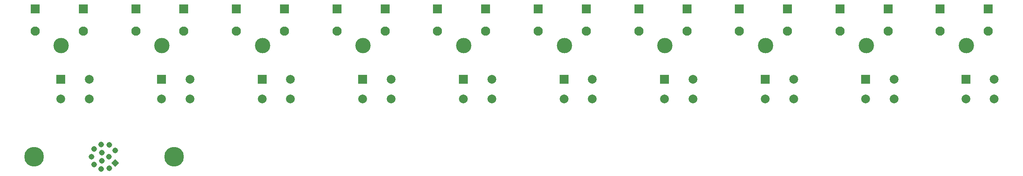
<source format=gbr>
%TF.GenerationSoftware,KiCad,Pcbnew,9.0.0*%
%TF.CreationDate,2025-04-14T19:02:10-07:00*%
%TF.ProjectId,solenoid_10,736f6c65-6e6f-4696-945f-31302e6b6963,rev?*%
%TF.SameCoordinates,Original*%
%TF.FileFunction,Soldermask,Bot*%
%TF.FilePolarity,Negative*%
%FSLAX46Y46*%
G04 Gerber Fmt 4.6, Leading zero omitted, Abs format (unit mm)*
G04 Created by KiCad (PCBNEW 9.0.0) date 2025-04-14 19:02:10*
%MOMM*%
%LPD*%
G01*
G04 APERTURE LIST*
G04 Aperture macros list*
%AMRotRect*
0 Rectangle, with rotation*
0 The origin of the aperture is its center*
0 $1 length*
0 $2 width*
0 $3 Rotation angle, in degrees counterclockwise*
0 Add horizontal line*
21,1,$1,$2,0,0,$3*%
G04 Aperture macros list end*
%ADD10R,2.000000X2.000000*%
%ADD11C,2.000000*%
%ADD12C,3.500000*%
%ADD13C,4.500000*%
%ADD14RotRect,1.308000X1.308000X315.000000*%
%ADD15C,1.308000*%
%ADD16R,2.100000X2.100000*%
%ADD17C,2.100000*%
G04 APERTURE END LIST*
D10*
%TO.C,S2*%
X143088376Y-85309500D03*
D11*
X149588376Y-85309500D03*
X143088376Y-89809500D03*
X149588376Y-89809500D03*
%TD*%
D12*
%TO.C,H4*%
X189182001Y-77609000D03*
%TD*%
%TO.C,H6*%
X235182001Y-77609000D03*
%TD*%
%TO.C,H2*%
X143182001Y-77609000D03*
%TD*%
%TO.C,H5*%
X212182001Y-77609000D03*
%TD*%
D10*
%TO.C,S9*%
X304088376Y-85309500D03*
D11*
X310588376Y-85309500D03*
X304088376Y-89809500D03*
X310588376Y-89809500D03*
%TD*%
D10*
%TO.C,S7*%
X258088376Y-85309500D03*
D11*
X264588376Y-85309500D03*
X258088376Y-89809500D03*
X264588376Y-89809500D03*
%TD*%
D12*
%TO.C,H9*%
X304182001Y-77609000D03*
%TD*%
D10*
%TO.C,S6*%
X235088376Y-85309500D03*
D11*
X241588376Y-85309500D03*
X235088376Y-89809500D03*
X241588376Y-89809500D03*
%TD*%
D10*
%TO.C,S10*%
X326963376Y-85309500D03*
D11*
X333463376Y-85309500D03*
X326963376Y-89809500D03*
X333463376Y-89809500D03*
%TD*%
D12*
%TO.C,H7*%
X258182001Y-77609000D03*
%TD*%
%TO.C,H1*%
X120182000Y-77609000D03*
%TD*%
%TO.C,H8*%
X281182001Y-77609000D03*
%TD*%
D13*
%TO.C,H11*%
X114000000Y-103000000D03*
%TD*%
D14*
%TO.C,J22*%
X132524371Y-104428356D03*
D15*
X132525078Y-101573766D03*
X131128542Y-100328551D03*
X129263195Y-100195615D03*
X127704024Y-101228698D03*
X127100155Y-102999293D03*
X127702610Y-104769888D03*
X129261781Y-105804385D03*
X131127128Y-105671449D03*
X131100258Y-103000000D03*
X129449871Y-102046820D03*
X129449871Y-103953180D03*
%TD*%
D12*
%TO.C,H10*%
X327057001Y-77609000D03*
%TD*%
D10*
%TO.C,S4*%
X189088376Y-85309500D03*
D11*
X195588376Y-85309500D03*
X189088376Y-89809500D03*
X195588376Y-89809500D03*
%TD*%
D10*
%TO.C,S5*%
X212088376Y-85309500D03*
D11*
X218588376Y-85309500D03*
X212088376Y-89809500D03*
X218588376Y-89809500D03*
%TD*%
D13*
%TO.C,H12*%
X146000000Y-103000000D03*
%TD*%
D12*
%TO.C,H3*%
X166182001Y-77609000D03*
%TD*%
D10*
%TO.C,S3*%
X166088376Y-85309500D03*
D11*
X172588376Y-85309500D03*
X166088376Y-89809500D03*
X172588376Y-89809500D03*
%TD*%
D10*
%TO.C,S8*%
X281088376Y-85309500D03*
D11*
X287588376Y-85309500D03*
X281088376Y-89809500D03*
X287588376Y-89809500D03*
%TD*%
D10*
%TO.C,S1*%
X120088375Y-85309500D03*
D11*
X126588375Y-85309500D03*
X120088375Y-89809500D03*
X126588375Y-89809500D03*
%TD*%
D16*
%TO.C,J3*%
X125213375Y-69219500D03*
D17*
X125213375Y-74299500D03*
%TD*%
D16*
%TO.C,J6*%
X160213376Y-69219500D03*
D17*
X160213376Y-74299500D03*
%TD*%
D16*
%TO.C,J20*%
X321088376Y-69219500D03*
D17*
X321088376Y-74299500D03*
%TD*%
D16*
%TO.C,J10*%
X206213376Y-69219500D03*
D17*
X206213376Y-74299500D03*
%TD*%
D16*
%TO.C,J12*%
X229213376Y-69219500D03*
D17*
X229213376Y-74299500D03*
%TD*%
D16*
%TO.C,J9*%
X194213376Y-69219500D03*
D17*
X194213376Y-74299500D03*
%TD*%
D16*
%TO.C,J13*%
X240213376Y-69219500D03*
D17*
X240213376Y-74299500D03*
%TD*%
D16*
%TO.C,J14*%
X252213376Y-69219500D03*
D17*
X252213376Y-74299500D03*
%TD*%
D16*
%TO.C,J5*%
X148213376Y-69219500D03*
D17*
X148213376Y-74299500D03*
%TD*%
D16*
%TO.C,J8*%
X183213376Y-69219500D03*
D17*
X183213376Y-74299500D03*
%TD*%
D16*
%TO.C,J18*%
X298213376Y-69219500D03*
D17*
X298213376Y-74299500D03*
%TD*%
D16*
%TO.C,J15*%
X263213376Y-69219500D03*
D17*
X263213376Y-74299500D03*
%TD*%
D16*
%TO.C,J4*%
X137213376Y-69219500D03*
D17*
X137213376Y-74299500D03*
%TD*%
D16*
%TO.C,J19*%
X309213376Y-69219500D03*
D17*
X309213376Y-74299500D03*
%TD*%
D16*
%TO.C,J7*%
X171213376Y-69219500D03*
D17*
X171213376Y-74299500D03*
%TD*%
D16*
%TO.C,J2*%
X114213375Y-69219500D03*
D17*
X114213375Y-74299500D03*
%TD*%
D16*
%TO.C,J17*%
X286213376Y-69219500D03*
D17*
X286213376Y-74299500D03*
%TD*%
D16*
%TO.C,J16*%
X275213376Y-69219500D03*
D17*
X275213376Y-74299500D03*
%TD*%
D16*
%TO.C,J21*%
X332088376Y-69219500D03*
D17*
X332088376Y-74299500D03*
%TD*%
D16*
%TO.C,J11*%
X217213376Y-69219500D03*
D17*
X217213376Y-74299500D03*
%TD*%
M02*

</source>
